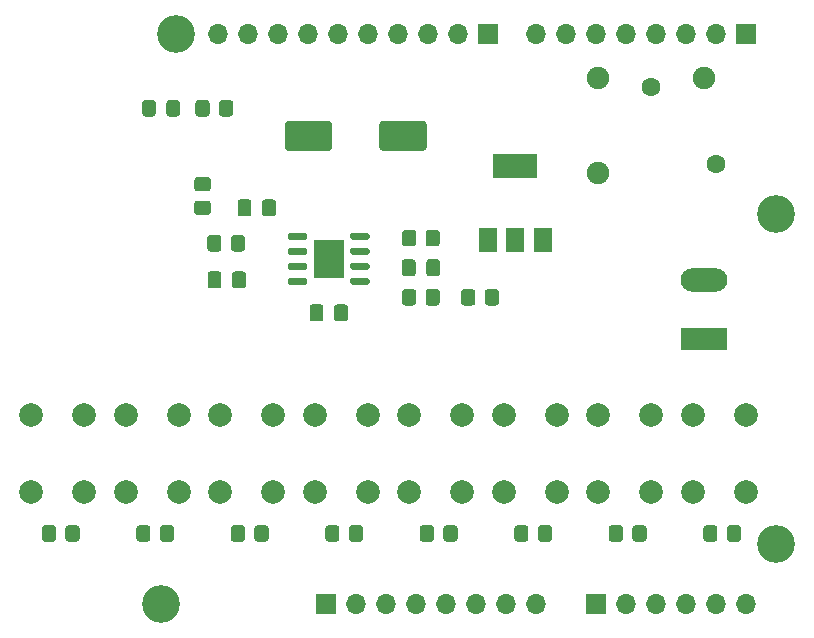
<source format=gbr>
%TF.GenerationSoftware,KiCad,Pcbnew,(5.1.8)-1*%
%TF.CreationDate,2021-12-17T21:48:39+01:00*%
%TF.ProjectId,ArduinoAudioShield,41726475-696e-46f4-9175-64696f536869,rev?*%
%TF.SameCoordinates,Original*%
%TF.FileFunction,Soldermask,Top*%
%TF.FilePolarity,Negative*%
%FSLAX46Y46*%
G04 Gerber Fmt 4.6, Leading zero omitted, Abs format (unit mm)*
G04 Created by KiCad (PCBNEW (5.1.8)-1) date 2021-12-17 21:48:39*
%MOMM*%
%LPD*%
G01*
G04 APERTURE LIST*
%ADD10C,1.600000*%
%ADD11C,1.900000*%
%ADD12C,3.200000*%
%ADD13R,2.514000X3.200000*%
%ADD14C,2.000000*%
%ADD15R,1.500000X2.000000*%
%ADD16R,3.800000X2.000000*%
%ADD17O,3.960000X1.980000*%
%ADD18R,3.960000X1.980000*%
%ADD19O,1.700000X1.700000*%
%ADD20R,1.700000X1.700000*%
G04 APERTURE END LIST*
D10*
%TO.C,J5*%
X169800000Y-57840000D03*
X175300000Y-64340000D03*
D11*
X165300000Y-65140000D03*
X165300000Y-57040000D03*
X174300000Y-57040000D03*
%TD*%
D12*
%TO.C,REF\u002A\u002A*%
X180340000Y-68580000D03*
%TD*%
%TO.C,REF\u002A\u002A*%
X128270000Y-101600000D03*
%TD*%
%TO.C,REF\u002A\u002A*%
X180340000Y-96520000D03*
%TD*%
%TO.C,REF\u002A\u002A*%
X129540000Y-53340000D03*
%TD*%
D13*
%TO.C,U1*%
X142494000Y-72390000D03*
G36*
G01*
X144319000Y-70635000D02*
X144319000Y-70335000D01*
G75*
G02*
X144469000Y-70185000I150000J0D01*
G01*
X145794000Y-70185000D01*
G75*
G02*
X145944000Y-70335000I0J-150000D01*
G01*
X145944000Y-70635000D01*
G75*
G02*
X145794000Y-70785000I-150000J0D01*
G01*
X144469000Y-70785000D01*
G75*
G02*
X144319000Y-70635000I0J150000D01*
G01*
G37*
G36*
G01*
X144319000Y-71905000D02*
X144319000Y-71605000D01*
G75*
G02*
X144469000Y-71455000I150000J0D01*
G01*
X145794000Y-71455000D01*
G75*
G02*
X145944000Y-71605000I0J-150000D01*
G01*
X145944000Y-71905000D01*
G75*
G02*
X145794000Y-72055000I-150000J0D01*
G01*
X144469000Y-72055000D01*
G75*
G02*
X144319000Y-71905000I0J150000D01*
G01*
G37*
G36*
G01*
X144319000Y-73175000D02*
X144319000Y-72875000D01*
G75*
G02*
X144469000Y-72725000I150000J0D01*
G01*
X145794000Y-72725000D01*
G75*
G02*
X145944000Y-72875000I0J-150000D01*
G01*
X145944000Y-73175000D01*
G75*
G02*
X145794000Y-73325000I-150000J0D01*
G01*
X144469000Y-73325000D01*
G75*
G02*
X144319000Y-73175000I0J150000D01*
G01*
G37*
G36*
G01*
X144319000Y-74445000D02*
X144319000Y-74145000D01*
G75*
G02*
X144469000Y-73995000I150000J0D01*
G01*
X145794000Y-73995000D01*
G75*
G02*
X145944000Y-74145000I0J-150000D01*
G01*
X145944000Y-74445000D01*
G75*
G02*
X145794000Y-74595000I-150000J0D01*
G01*
X144469000Y-74595000D01*
G75*
G02*
X144319000Y-74445000I0J150000D01*
G01*
G37*
G36*
G01*
X139044000Y-74445000D02*
X139044000Y-74145000D01*
G75*
G02*
X139194000Y-73995000I150000J0D01*
G01*
X140519000Y-73995000D01*
G75*
G02*
X140669000Y-74145000I0J-150000D01*
G01*
X140669000Y-74445000D01*
G75*
G02*
X140519000Y-74595000I-150000J0D01*
G01*
X139194000Y-74595000D01*
G75*
G02*
X139044000Y-74445000I0J150000D01*
G01*
G37*
G36*
G01*
X139044000Y-73175000D02*
X139044000Y-72875000D01*
G75*
G02*
X139194000Y-72725000I150000J0D01*
G01*
X140519000Y-72725000D01*
G75*
G02*
X140669000Y-72875000I0J-150000D01*
G01*
X140669000Y-73175000D01*
G75*
G02*
X140519000Y-73325000I-150000J0D01*
G01*
X139194000Y-73325000D01*
G75*
G02*
X139044000Y-73175000I0J150000D01*
G01*
G37*
G36*
G01*
X139044000Y-71905000D02*
X139044000Y-71605000D01*
G75*
G02*
X139194000Y-71455000I150000J0D01*
G01*
X140519000Y-71455000D01*
G75*
G02*
X140669000Y-71605000I0J-150000D01*
G01*
X140669000Y-71905000D01*
G75*
G02*
X140519000Y-72055000I-150000J0D01*
G01*
X139194000Y-72055000D01*
G75*
G02*
X139044000Y-71905000I0J150000D01*
G01*
G37*
G36*
G01*
X139044000Y-70635000D02*
X139044000Y-70335000D01*
G75*
G02*
X139194000Y-70185000I150000J0D01*
G01*
X140519000Y-70185000D01*
G75*
G02*
X140669000Y-70335000I0J-150000D01*
G01*
X140669000Y-70635000D01*
G75*
G02*
X140519000Y-70785000I-150000J0D01*
G01*
X139194000Y-70785000D01*
G75*
G02*
X139044000Y-70635000I0J150000D01*
G01*
G37*
%TD*%
D14*
%TO.C,SW8*%
X173300000Y-85640000D03*
X177800000Y-85640000D03*
X173300000Y-92140000D03*
X177800000Y-92140000D03*
%TD*%
%TO.C,SW7*%
X165300000Y-85640000D03*
X169800000Y-85640000D03*
X165300000Y-92140000D03*
X169800000Y-92140000D03*
%TD*%
%TO.C,SW6*%
X157300000Y-85640000D03*
X161800000Y-85640000D03*
X157300000Y-92140000D03*
X161800000Y-92140000D03*
%TD*%
%TO.C,SW5*%
X149300000Y-85640000D03*
X153800000Y-85640000D03*
X149300000Y-92140000D03*
X153800000Y-92140000D03*
%TD*%
%TO.C,SW4*%
X141300000Y-85640000D03*
X145800000Y-85640000D03*
X141300000Y-92140000D03*
X145800000Y-92140000D03*
%TD*%
%TO.C,SW3*%
X133300000Y-85640000D03*
X137800000Y-85640000D03*
X133300000Y-92140000D03*
X137800000Y-92140000D03*
%TD*%
%TO.C,SW2*%
X125300000Y-85640000D03*
X129800000Y-85640000D03*
X125300000Y-92140000D03*
X129800000Y-92140000D03*
%TD*%
%TO.C,SW1*%
X117300000Y-85640000D03*
X121800000Y-85640000D03*
X117300000Y-92140000D03*
X121800000Y-92140000D03*
%TD*%
%TO.C,R14*%
G36*
G01*
X175400000Y-95189999D02*
X175400000Y-96090001D01*
G75*
G02*
X175150001Y-96340000I-249999J0D01*
G01*
X174449999Y-96340000D01*
G75*
G02*
X174200000Y-96090001I0J249999D01*
G01*
X174200000Y-95189999D01*
G75*
G02*
X174449999Y-94940000I249999J0D01*
G01*
X175150001Y-94940000D01*
G75*
G02*
X175400000Y-95189999I0J-249999D01*
G01*
G37*
G36*
G01*
X177400000Y-95189999D02*
X177400000Y-96090001D01*
G75*
G02*
X177150001Y-96340000I-249999J0D01*
G01*
X176449999Y-96340000D01*
G75*
G02*
X176200000Y-96090001I0J249999D01*
G01*
X176200000Y-95189999D01*
G75*
G02*
X176449999Y-94940000I249999J0D01*
G01*
X177150001Y-94940000D01*
G75*
G02*
X177400000Y-95189999I0J-249999D01*
G01*
G37*
%TD*%
%TO.C,R13*%
G36*
G01*
X167400000Y-95189999D02*
X167400000Y-96090001D01*
G75*
G02*
X167150001Y-96340000I-249999J0D01*
G01*
X166449999Y-96340000D01*
G75*
G02*
X166200000Y-96090001I0J249999D01*
G01*
X166200000Y-95189999D01*
G75*
G02*
X166449999Y-94940000I249999J0D01*
G01*
X167150001Y-94940000D01*
G75*
G02*
X167400000Y-95189999I0J-249999D01*
G01*
G37*
G36*
G01*
X169400000Y-95189999D02*
X169400000Y-96090001D01*
G75*
G02*
X169150001Y-96340000I-249999J0D01*
G01*
X168449999Y-96340000D01*
G75*
G02*
X168200000Y-96090001I0J249999D01*
G01*
X168200000Y-95189999D01*
G75*
G02*
X168449999Y-94940000I249999J0D01*
G01*
X169150001Y-94940000D01*
G75*
G02*
X169400000Y-95189999I0J-249999D01*
G01*
G37*
%TD*%
%TO.C,R12*%
G36*
G01*
X159400000Y-95189999D02*
X159400000Y-96090001D01*
G75*
G02*
X159150001Y-96340000I-249999J0D01*
G01*
X158449999Y-96340000D01*
G75*
G02*
X158200000Y-96090001I0J249999D01*
G01*
X158200000Y-95189999D01*
G75*
G02*
X158449999Y-94940000I249999J0D01*
G01*
X159150001Y-94940000D01*
G75*
G02*
X159400000Y-95189999I0J-249999D01*
G01*
G37*
G36*
G01*
X161400000Y-95189999D02*
X161400000Y-96090001D01*
G75*
G02*
X161150001Y-96340000I-249999J0D01*
G01*
X160449999Y-96340000D01*
G75*
G02*
X160200000Y-96090001I0J249999D01*
G01*
X160200000Y-95189999D01*
G75*
G02*
X160449999Y-94940000I249999J0D01*
G01*
X161150001Y-94940000D01*
G75*
G02*
X161400000Y-95189999I0J-249999D01*
G01*
G37*
%TD*%
%TO.C,R11*%
G36*
G01*
X151400000Y-95189999D02*
X151400000Y-96090001D01*
G75*
G02*
X151150001Y-96340000I-249999J0D01*
G01*
X150449999Y-96340000D01*
G75*
G02*
X150200000Y-96090001I0J249999D01*
G01*
X150200000Y-95189999D01*
G75*
G02*
X150449999Y-94940000I249999J0D01*
G01*
X151150001Y-94940000D01*
G75*
G02*
X151400000Y-95189999I0J-249999D01*
G01*
G37*
G36*
G01*
X153400000Y-95189999D02*
X153400000Y-96090001D01*
G75*
G02*
X153150001Y-96340000I-249999J0D01*
G01*
X152449999Y-96340000D01*
G75*
G02*
X152200000Y-96090001I0J249999D01*
G01*
X152200000Y-95189999D01*
G75*
G02*
X152449999Y-94940000I249999J0D01*
G01*
X153150001Y-94940000D01*
G75*
G02*
X153400000Y-95189999I0J-249999D01*
G01*
G37*
%TD*%
%TO.C,R10*%
G36*
G01*
X143400000Y-95189999D02*
X143400000Y-96090001D01*
G75*
G02*
X143150001Y-96340000I-249999J0D01*
G01*
X142449999Y-96340000D01*
G75*
G02*
X142200000Y-96090001I0J249999D01*
G01*
X142200000Y-95189999D01*
G75*
G02*
X142449999Y-94940000I249999J0D01*
G01*
X143150001Y-94940000D01*
G75*
G02*
X143400000Y-95189999I0J-249999D01*
G01*
G37*
G36*
G01*
X145400000Y-95189999D02*
X145400000Y-96090001D01*
G75*
G02*
X145150001Y-96340000I-249999J0D01*
G01*
X144449999Y-96340000D01*
G75*
G02*
X144200000Y-96090001I0J249999D01*
G01*
X144200000Y-95189999D01*
G75*
G02*
X144449999Y-94940000I249999J0D01*
G01*
X145150001Y-94940000D01*
G75*
G02*
X145400000Y-95189999I0J-249999D01*
G01*
G37*
%TD*%
%TO.C,R9*%
G36*
G01*
X135400000Y-95189999D02*
X135400000Y-96090001D01*
G75*
G02*
X135150001Y-96340000I-249999J0D01*
G01*
X134449999Y-96340000D01*
G75*
G02*
X134200000Y-96090001I0J249999D01*
G01*
X134200000Y-95189999D01*
G75*
G02*
X134449999Y-94940000I249999J0D01*
G01*
X135150001Y-94940000D01*
G75*
G02*
X135400000Y-95189999I0J-249999D01*
G01*
G37*
G36*
G01*
X137400000Y-95189999D02*
X137400000Y-96090001D01*
G75*
G02*
X137150001Y-96340000I-249999J0D01*
G01*
X136449999Y-96340000D01*
G75*
G02*
X136200000Y-96090001I0J249999D01*
G01*
X136200000Y-95189999D01*
G75*
G02*
X136449999Y-94940000I249999J0D01*
G01*
X137150001Y-94940000D01*
G75*
G02*
X137400000Y-95189999I0J-249999D01*
G01*
G37*
%TD*%
%TO.C,R8*%
G36*
G01*
X127400000Y-95189999D02*
X127400000Y-96090001D01*
G75*
G02*
X127150001Y-96340000I-249999J0D01*
G01*
X126449999Y-96340000D01*
G75*
G02*
X126200000Y-96090001I0J249999D01*
G01*
X126200000Y-95189999D01*
G75*
G02*
X126449999Y-94940000I249999J0D01*
G01*
X127150001Y-94940000D01*
G75*
G02*
X127400000Y-95189999I0J-249999D01*
G01*
G37*
G36*
G01*
X129400000Y-95189999D02*
X129400000Y-96090001D01*
G75*
G02*
X129150001Y-96340000I-249999J0D01*
G01*
X128449999Y-96340000D01*
G75*
G02*
X128200000Y-96090001I0J249999D01*
G01*
X128200000Y-95189999D01*
G75*
G02*
X128449999Y-94940000I249999J0D01*
G01*
X129150001Y-94940000D01*
G75*
G02*
X129400000Y-95189999I0J-249999D01*
G01*
G37*
%TD*%
%TO.C,R7*%
G36*
G01*
X119400000Y-95189999D02*
X119400000Y-96090001D01*
G75*
G02*
X119150001Y-96340000I-249999J0D01*
G01*
X118449999Y-96340000D01*
G75*
G02*
X118200000Y-96090001I0J249999D01*
G01*
X118200000Y-95189999D01*
G75*
G02*
X118449999Y-94940000I249999J0D01*
G01*
X119150001Y-94940000D01*
G75*
G02*
X119400000Y-95189999I0J-249999D01*
G01*
G37*
G36*
G01*
X121400000Y-95189999D02*
X121400000Y-96090001D01*
G75*
G02*
X121150001Y-96340000I-249999J0D01*
G01*
X120449999Y-96340000D01*
G75*
G02*
X120200000Y-96090001I0J249999D01*
G01*
X120200000Y-95189999D01*
G75*
G02*
X120449999Y-94940000I249999J0D01*
G01*
X121150001Y-94940000D01*
G75*
G02*
X121400000Y-95189999I0J-249999D01*
G01*
G37*
%TD*%
%TO.C,R6*%
G36*
G01*
X132400000Y-59189999D02*
X132400000Y-60090001D01*
G75*
G02*
X132150001Y-60340000I-249999J0D01*
G01*
X131449999Y-60340000D01*
G75*
G02*
X131200000Y-60090001I0J249999D01*
G01*
X131200000Y-59189999D01*
G75*
G02*
X131449999Y-58940000I249999J0D01*
G01*
X132150001Y-58940000D01*
G75*
G02*
X132400000Y-59189999I0J-249999D01*
G01*
G37*
G36*
G01*
X134400000Y-59189999D02*
X134400000Y-60090001D01*
G75*
G02*
X134150001Y-60340000I-249999J0D01*
G01*
X133449999Y-60340000D01*
G75*
G02*
X133200000Y-60090001I0J249999D01*
G01*
X133200000Y-59189999D01*
G75*
G02*
X133449999Y-58940000I249999J0D01*
G01*
X134150001Y-58940000D01*
G75*
G02*
X134400000Y-59189999I0J-249999D01*
G01*
G37*
%TD*%
%TO.C,R5*%
G36*
G01*
X149900000Y-70189999D02*
X149900000Y-71090001D01*
G75*
G02*
X149650001Y-71340000I-249999J0D01*
G01*
X148949999Y-71340000D01*
G75*
G02*
X148700000Y-71090001I0J249999D01*
G01*
X148700000Y-70189999D01*
G75*
G02*
X148949999Y-69940000I249999J0D01*
G01*
X149650001Y-69940000D01*
G75*
G02*
X149900000Y-70189999I0J-249999D01*
G01*
G37*
G36*
G01*
X151900000Y-70189999D02*
X151900000Y-71090001D01*
G75*
G02*
X151650001Y-71340000I-249999J0D01*
G01*
X150949999Y-71340000D01*
G75*
G02*
X150700000Y-71090001I0J249999D01*
G01*
X150700000Y-70189999D01*
G75*
G02*
X150949999Y-69940000I249999J0D01*
G01*
X151650001Y-69940000D01*
G75*
G02*
X151900000Y-70189999I0J-249999D01*
G01*
G37*
%TD*%
%TO.C,R4*%
G36*
G01*
X150700000Y-76090001D02*
X150700000Y-75189999D01*
G75*
G02*
X150949999Y-74940000I249999J0D01*
G01*
X151650001Y-74940000D01*
G75*
G02*
X151900000Y-75189999I0J-249999D01*
G01*
X151900000Y-76090001D01*
G75*
G02*
X151650001Y-76340000I-249999J0D01*
G01*
X150949999Y-76340000D01*
G75*
G02*
X150700000Y-76090001I0J249999D01*
G01*
G37*
G36*
G01*
X148700000Y-76090001D02*
X148700000Y-75189999D01*
G75*
G02*
X148949999Y-74940000I249999J0D01*
G01*
X149650001Y-74940000D01*
G75*
G02*
X149900000Y-75189999I0J-249999D01*
G01*
X149900000Y-76090001D01*
G75*
G02*
X149650001Y-76340000I-249999J0D01*
G01*
X148949999Y-76340000D01*
G75*
G02*
X148700000Y-76090001I0J249999D01*
G01*
G37*
%TD*%
%TO.C,R3*%
G36*
G01*
X155700000Y-76090001D02*
X155700000Y-75189999D01*
G75*
G02*
X155949999Y-74940000I249999J0D01*
G01*
X156650001Y-74940000D01*
G75*
G02*
X156900000Y-75189999I0J-249999D01*
G01*
X156900000Y-76090001D01*
G75*
G02*
X156650001Y-76340000I-249999J0D01*
G01*
X155949999Y-76340000D01*
G75*
G02*
X155700000Y-76090001I0J249999D01*
G01*
G37*
G36*
G01*
X153700000Y-76090001D02*
X153700000Y-75189999D01*
G75*
G02*
X153949999Y-74940000I249999J0D01*
G01*
X154650001Y-74940000D01*
G75*
G02*
X154900000Y-75189999I0J-249999D01*
G01*
X154900000Y-76090001D01*
G75*
G02*
X154650001Y-76340000I-249999J0D01*
G01*
X153949999Y-76340000D01*
G75*
G02*
X153700000Y-76090001I0J249999D01*
G01*
G37*
%TD*%
%TO.C,R2*%
G36*
G01*
X133408000Y-70617999D02*
X133408000Y-71518001D01*
G75*
G02*
X133158001Y-71768000I-249999J0D01*
G01*
X132457999Y-71768000D01*
G75*
G02*
X132208000Y-71518001I0J249999D01*
G01*
X132208000Y-70617999D01*
G75*
G02*
X132457999Y-70368000I249999J0D01*
G01*
X133158001Y-70368000D01*
G75*
G02*
X133408000Y-70617999I0J-249999D01*
G01*
G37*
G36*
G01*
X135408000Y-70617999D02*
X135408000Y-71518001D01*
G75*
G02*
X135158001Y-71768000I-249999J0D01*
G01*
X134457999Y-71768000D01*
G75*
G02*
X134208000Y-71518001I0J249999D01*
G01*
X134208000Y-70617999D01*
G75*
G02*
X134457999Y-70368000I249999J0D01*
G01*
X135158001Y-70368000D01*
G75*
G02*
X135408000Y-70617999I0J-249999D01*
G01*
G37*
%TD*%
%TO.C,R1*%
G36*
G01*
X132258001Y-66668000D02*
X131357999Y-66668000D01*
G75*
G02*
X131108000Y-66418001I0J249999D01*
G01*
X131108000Y-65717999D01*
G75*
G02*
X131357999Y-65468000I249999J0D01*
G01*
X132258001Y-65468000D01*
G75*
G02*
X132508000Y-65717999I0J-249999D01*
G01*
X132508000Y-66418001D01*
G75*
G02*
X132258001Y-66668000I-249999J0D01*
G01*
G37*
G36*
G01*
X132258001Y-68668000D02*
X131357999Y-68668000D01*
G75*
G02*
X131108000Y-68418001I0J249999D01*
G01*
X131108000Y-67717999D01*
G75*
G02*
X131357999Y-67468000I249999J0D01*
G01*
X132258001Y-67468000D01*
G75*
G02*
X132508000Y-67717999I0J-249999D01*
G01*
X132508000Y-68418001D01*
G75*
G02*
X132258001Y-68668000I-249999J0D01*
G01*
G37*
%TD*%
D15*
%TO.C,Q1*%
X156000000Y-70790000D03*
X160600000Y-70790000D03*
X158300000Y-70790000D03*
D16*
X158300000Y-64490000D03*
%TD*%
D17*
%TO.C,LS1*%
X174300000Y-74140000D03*
D18*
X174300000Y-79140000D03*
%TD*%
D19*
%TO.C,J4*%
X160020000Y-101600000D03*
X157480000Y-101600000D03*
X154940000Y-101600000D03*
X152400000Y-101600000D03*
X149860000Y-101600000D03*
X147320000Y-101600000D03*
X144780000Y-101600000D03*
D20*
X142240000Y-101600000D03*
%TD*%
D19*
%TO.C,J3*%
X177800000Y-101600000D03*
X175260000Y-101600000D03*
X172720000Y-101600000D03*
X170180000Y-101600000D03*
X167640000Y-101600000D03*
D20*
X165100000Y-101600000D03*
%TD*%
D19*
%TO.C,J2*%
X160020000Y-53340000D03*
X162560000Y-53340000D03*
X165100000Y-53340000D03*
X167640000Y-53340000D03*
X170180000Y-53340000D03*
X172720000Y-53340000D03*
X175260000Y-53340000D03*
D20*
X177800000Y-53340000D03*
%TD*%
D19*
%TO.C,J1*%
X133096000Y-53340000D03*
X135636000Y-53340000D03*
X138176000Y-53340000D03*
X140716000Y-53340000D03*
X143256000Y-53340000D03*
X145796000Y-53340000D03*
X148336000Y-53340000D03*
X150876000Y-53340000D03*
X153416000Y-53340000D03*
D20*
X155956000Y-53340000D03*
%TD*%
%TO.C,D1*%
G36*
G01*
X128750000Y-60090001D02*
X128750000Y-59189999D01*
G75*
G02*
X128999999Y-58940000I249999J0D01*
G01*
X129650001Y-58940000D01*
G75*
G02*
X129900000Y-59189999I0J-249999D01*
G01*
X129900000Y-60090001D01*
G75*
G02*
X129650001Y-60340000I-249999J0D01*
G01*
X128999999Y-60340000D01*
G75*
G02*
X128750000Y-60090001I0J249999D01*
G01*
G37*
G36*
G01*
X126700000Y-60090001D02*
X126700000Y-59189999D01*
G75*
G02*
X126949999Y-58940000I249999J0D01*
G01*
X127600001Y-58940000D01*
G75*
G02*
X127850000Y-59189999I0J-249999D01*
G01*
X127850000Y-60090001D01*
G75*
G02*
X127600001Y-60340000I-249999J0D01*
G01*
X126949999Y-60340000D01*
G75*
G02*
X126700000Y-60090001I0J249999D01*
G01*
G37*
%TD*%
%TO.C,C5*%
G36*
G01*
X150780000Y-60976000D02*
X150780000Y-62976000D01*
G75*
G02*
X150530000Y-63226000I-250000J0D01*
G01*
X147030000Y-63226000D01*
G75*
G02*
X146780000Y-62976000I0J250000D01*
G01*
X146780000Y-60976000D01*
G75*
G02*
X147030000Y-60726000I250000J0D01*
G01*
X150530000Y-60726000D01*
G75*
G02*
X150780000Y-60976000I0J-250000D01*
G01*
G37*
G36*
G01*
X142780000Y-60976000D02*
X142780000Y-62976000D01*
G75*
G02*
X142530000Y-63226000I-250000J0D01*
G01*
X139030000Y-63226000D01*
G75*
G02*
X138780000Y-62976000I0J250000D01*
G01*
X138780000Y-60976000D01*
G75*
G02*
X139030000Y-60726000I250000J0D01*
G01*
X142530000Y-60726000D01*
G75*
G02*
X142780000Y-60976000I0J-250000D01*
G01*
G37*
%TD*%
%TO.C,C4*%
G36*
G01*
X150750000Y-73615000D02*
X150750000Y-72665000D01*
G75*
G02*
X151000000Y-72415000I250000J0D01*
G01*
X151675000Y-72415000D01*
G75*
G02*
X151925000Y-72665000I0J-250000D01*
G01*
X151925000Y-73615000D01*
G75*
G02*
X151675000Y-73865000I-250000J0D01*
G01*
X151000000Y-73865000D01*
G75*
G02*
X150750000Y-73615000I0J250000D01*
G01*
G37*
G36*
G01*
X148675000Y-73615000D02*
X148675000Y-72665000D01*
G75*
G02*
X148925000Y-72415000I250000J0D01*
G01*
X149600000Y-72415000D01*
G75*
G02*
X149850000Y-72665000I0J-250000D01*
G01*
X149850000Y-73615000D01*
G75*
G02*
X149600000Y-73865000I-250000J0D01*
G01*
X148925000Y-73865000D01*
G75*
G02*
X148675000Y-73615000I0J250000D01*
G01*
G37*
%TD*%
%TO.C,C3*%
G36*
G01*
X142044000Y-76487000D02*
X142044000Y-77437000D01*
G75*
G02*
X141794000Y-77687000I-250000J0D01*
G01*
X141119000Y-77687000D01*
G75*
G02*
X140869000Y-77437000I0J250000D01*
G01*
X140869000Y-76487000D01*
G75*
G02*
X141119000Y-76237000I250000J0D01*
G01*
X141794000Y-76237000D01*
G75*
G02*
X142044000Y-76487000I0J-250000D01*
G01*
G37*
G36*
G01*
X144119000Y-76487000D02*
X144119000Y-77437000D01*
G75*
G02*
X143869000Y-77687000I-250000J0D01*
G01*
X143194000Y-77687000D01*
G75*
G02*
X142944000Y-77437000I0J250000D01*
G01*
X142944000Y-76487000D01*
G75*
G02*
X143194000Y-76237000I250000J0D01*
G01*
X143869000Y-76237000D01*
G75*
G02*
X144119000Y-76487000I0J-250000D01*
G01*
G37*
%TD*%
%TO.C,C2*%
G36*
G01*
X135948000Y-67597000D02*
X135948000Y-68547000D01*
G75*
G02*
X135698000Y-68797000I-250000J0D01*
G01*
X135023000Y-68797000D01*
G75*
G02*
X134773000Y-68547000I0J250000D01*
G01*
X134773000Y-67597000D01*
G75*
G02*
X135023000Y-67347000I250000J0D01*
G01*
X135698000Y-67347000D01*
G75*
G02*
X135948000Y-67597000I0J-250000D01*
G01*
G37*
G36*
G01*
X138023000Y-67597000D02*
X138023000Y-68547000D01*
G75*
G02*
X137773000Y-68797000I-250000J0D01*
G01*
X137098000Y-68797000D01*
G75*
G02*
X136848000Y-68547000I0J250000D01*
G01*
X136848000Y-67597000D01*
G75*
G02*
X137098000Y-67347000I250000J0D01*
G01*
X137773000Y-67347000D01*
G75*
G02*
X138023000Y-67597000I0J-250000D01*
G01*
G37*
%TD*%
%TO.C,C1*%
G36*
G01*
X133408000Y-73693000D02*
X133408000Y-74643000D01*
G75*
G02*
X133158000Y-74893000I-250000J0D01*
G01*
X132483000Y-74893000D01*
G75*
G02*
X132233000Y-74643000I0J250000D01*
G01*
X132233000Y-73693000D01*
G75*
G02*
X132483000Y-73443000I250000J0D01*
G01*
X133158000Y-73443000D01*
G75*
G02*
X133408000Y-73693000I0J-250000D01*
G01*
G37*
G36*
G01*
X135483000Y-73693000D02*
X135483000Y-74643000D01*
G75*
G02*
X135233000Y-74893000I-250000J0D01*
G01*
X134558000Y-74893000D01*
G75*
G02*
X134308000Y-74643000I0J250000D01*
G01*
X134308000Y-73693000D01*
G75*
G02*
X134558000Y-73443000I250000J0D01*
G01*
X135233000Y-73443000D01*
G75*
G02*
X135483000Y-73693000I0J-250000D01*
G01*
G37*
%TD*%
M02*

</source>
